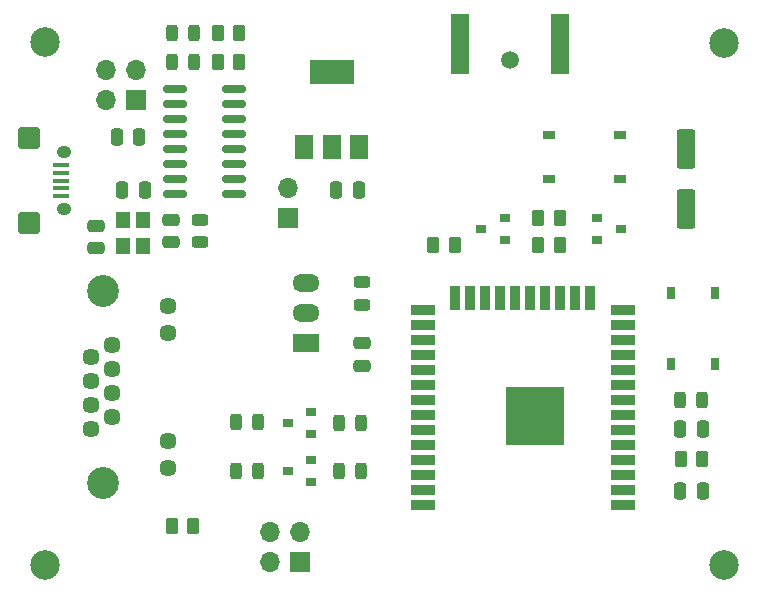
<source format=gts>
G04 #@! TF.GenerationSoftware,KiCad,Pcbnew,(6.0.1-0)*
G04 #@! TF.CreationDate,2022-01-18T00:45:39+01:00*
G04 #@! TF.ProjectId,ithowifi_4l,6974686f-7769-4666-995f-346c2e6b6963,rev?*
G04 #@! TF.SameCoordinates,Original*
G04 #@! TF.FileFunction,Soldermask,Top*
G04 #@! TF.FilePolarity,Negative*
%FSLAX46Y46*%
G04 Gerber Fmt 4.6, Leading zero omitted, Abs format (unit mm)*
G04 Created by KiCad (PCBNEW (6.0.1-0)) date 2022-01-18 00:45:39*
%MOMM*%
%LPD*%
G01*
G04 APERTURE LIST*
G04 Aperture macros list*
%AMRoundRect*
0 Rectangle with rounded corners*
0 $1 Rounding radius*
0 $2 $3 $4 $5 $6 $7 $8 $9 X,Y pos of 4 corners*
0 Add a 4 corners polygon primitive as box body*
4,1,4,$2,$3,$4,$5,$6,$7,$8,$9,$2,$3,0*
0 Add four circle primitives for the rounded corners*
1,1,$1+$1,$2,$3*
1,1,$1+$1,$4,$5*
1,1,$1+$1,$6,$7*
1,1,$1+$1,$8,$9*
0 Add four rect primitives between the rounded corners*
20,1,$1+$1,$2,$3,$4,$5,0*
20,1,$1+$1,$4,$5,$6,$7,0*
20,1,$1+$1,$6,$7,$8,$9,0*
20,1,$1+$1,$8,$9,$2,$3,0*%
G04 Aperture macros list end*
%ADD10R,2.000000X0.900000*%
%ADD11R,0.900000X2.000000*%
%ADD12R,5.000000X5.000000*%
%ADD13RoundRect,0.243750X0.243750X0.456250X-0.243750X0.456250X-0.243750X-0.456250X0.243750X-0.456250X0*%
%ADD14R,1.700000X1.700000*%
%ADD15O,1.700000X1.700000*%
%ADD16RoundRect,0.243750X-0.456250X0.243750X-0.456250X-0.243750X0.456250X-0.243750X0.456250X0.243750X0*%
%ADD17RoundRect,0.249998X-0.262502X-0.450002X0.262502X-0.450002X0.262502X0.450002X-0.262502X0.450002X0*%
%ADD18RoundRect,0.249998X0.262502X0.450002X-0.262502X0.450002X-0.262502X-0.450002X0.262502X-0.450002X0*%
%ADD19C,2.500000*%
%ADD20R,1.350000X0.400000*%
%ADD21RoundRect,0.273000X-0.677000X0.637000X-0.677000X-0.637000X0.677000X-0.637000X0.677000X0.637000X0*%
%ADD22O,1.250000X1.050000*%
%ADD23RoundRect,0.250000X0.250000X0.475000X-0.250000X0.475000X-0.250000X-0.475000X0.250000X-0.475000X0*%
%ADD24R,0.900000X0.800000*%
%ADD25RoundRect,0.243750X-0.243750X-0.456250X0.243750X-0.456250X0.243750X0.456250X-0.243750X0.456250X0*%
%ADD26R,1.500000X2.000000*%
%ADD27R,3.800000X2.000000*%
%ADD28R,2.300000X1.500000*%
%ADD29O,2.300000X1.500000*%
%ADD30C,1.446000*%
%ADD31C,2.700000*%
%ADD32RoundRect,0.250000X-0.475000X0.250000X-0.475000X-0.250000X0.475000X-0.250000X0.475000X0.250000X0*%
%ADD33RoundRect,0.250000X0.550000X-1.412500X0.550000X1.412500X-0.550000X1.412500X-0.550000X-1.412500X0*%
%ADD34RoundRect,0.250000X-0.250000X-0.475000X0.250000X-0.475000X0.250000X0.475000X-0.250000X0.475000X0*%
%ADD35R,0.750000X1.000000*%
%ADD36RoundRect,0.150000X-0.825000X-0.150000X0.825000X-0.150000X0.825000X0.150000X-0.825000X0.150000X0*%
%ADD37R,1.200000X1.400000*%
%ADD38C,1.500000*%
%ADD39RoundRect,0.250000X0.475000X-0.250000X0.475000X0.250000X-0.475000X0.250000X-0.475000X-0.250000X0*%
%ADD40R,1.000000X0.750000*%
%ADD41R,1.500000X5.080000*%
G04 APERTURE END LIST*
D10*
X104477600Y-148615400D03*
X104477600Y-147345400D03*
X104477600Y-146075400D03*
X104477600Y-144805400D03*
X104477600Y-143535400D03*
X104477600Y-142265400D03*
X104477600Y-140995400D03*
X104477600Y-139725400D03*
X104477600Y-138455400D03*
X104477600Y-137185400D03*
X104477600Y-135915400D03*
X104477600Y-134645400D03*
X104477600Y-133375400D03*
X104477600Y-132105400D03*
D11*
X101692600Y-131105400D03*
X100422600Y-131105400D03*
X99152600Y-131105400D03*
X97882600Y-131105400D03*
X96612600Y-131105400D03*
X95342600Y-131105400D03*
X94072600Y-131105400D03*
X92802600Y-131105400D03*
X91532600Y-131105400D03*
X90262600Y-131105400D03*
D10*
X87477600Y-132105400D03*
X87477600Y-133375400D03*
X87477600Y-134645400D03*
X87477600Y-135915400D03*
X87477600Y-137185400D03*
X87477600Y-138455400D03*
X87477600Y-139725400D03*
X87477600Y-140995400D03*
X87477600Y-142265400D03*
X87477600Y-143535400D03*
X87477600Y-144805400D03*
X87477600Y-146075400D03*
X87477600Y-147345400D03*
X87477600Y-148615400D03*
D12*
X96977600Y-141115400D03*
D13*
X111156500Y-139734000D03*
X109281500Y-139734000D03*
D14*
X77072000Y-153450000D03*
D15*
X74532000Y-153450000D03*
X77072000Y-150910000D03*
X74532000Y-150910000D03*
D16*
X82342500Y-129779500D03*
X82342500Y-131654500D03*
D17*
X109330000Y-144754600D03*
X111155000Y-144754600D03*
D18*
X90200000Y-126619000D03*
X88375000Y-126619000D03*
D19*
X55482000Y-109381000D03*
D20*
X56853200Y-119868000D03*
X56853200Y-120518000D03*
X56853200Y-121168000D03*
X56853200Y-121818000D03*
X56853200Y-122468000D03*
D21*
X54178200Y-124768000D03*
D22*
X57078200Y-123593000D03*
D21*
X54178200Y-117568000D03*
D22*
X57078200Y-118743000D03*
D23*
X111182000Y-147412500D03*
X109282000Y-147412500D03*
D24*
X78061000Y-142617100D03*
X78061000Y-140717100D03*
X76061000Y-141667100D03*
X78061000Y-146679600D03*
X78061000Y-144779600D03*
X76061000Y-145729600D03*
D25*
X80374000Y-145703000D03*
X82249000Y-145703000D03*
X80374000Y-141702500D03*
X82249000Y-141702500D03*
D13*
X73568500Y-145755000D03*
X71693500Y-145755000D03*
D16*
X68656200Y-124460000D03*
X68656200Y-126335000D03*
D26*
X77477300Y-118267500D03*
D27*
X79777300Y-111967500D03*
D26*
X79777300Y-118267500D03*
X82077300Y-118267500D03*
D18*
X68055000Y-150402000D03*
X66230000Y-150402000D03*
D28*
X77580000Y-134908000D03*
D29*
X77580000Y-132368000D03*
X77580000Y-129828000D03*
D19*
X113013000Y-109508000D03*
X113013000Y-153704000D03*
X55482000Y-153704000D03*
D30*
X59372500Y-142176500D03*
X61152500Y-141156500D03*
X59372500Y-140136500D03*
X61152500Y-139116500D03*
X59372500Y-138096500D03*
X61152500Y-137076500D03*
X59372500Y-136056500D03*
X61152500Y-135036500D03*
X65962500Y-145466500D03*
X65962500Y-143176500D03*
X65962500Y-134036500D03*
X65962500Y-131746500D03*
D31*
X60392500Y-130476500D03*
X60392500Y-146736500D03*
D13*
X73516000Y-141626500D03*
X71641000Y-141626500D03*
D32*
X82342500Y-134908000D03*
X82342500Y-136808000D03*
D23*
X82087800Y-121983500D03*
X80187800Y-121983500D03*
D18*
X99090000Y-126619000D03*
X97265000Y-126619000D03*
D24*
X94455000Y-126206000D03*
X94455000Y-124306000D03*
X92455000Y-125256000D03*
X102250000Y-124306000D03*
X102250000Y-126206000D03*
X104250000Y-125256000D03*
D33*
X109807000Y-123526500D03*
X109807000Y-118451500D03*
D17*
X97265000Y-124333000D03*
X99090000Y-124333000D03*
D34*
X109301200Y-142189200D03*
X111201200Y-142189200D03*
D35*
X108471000Y-130638000D03*
X108471000Y-136638000D03*
X112221000Y-136638000D03*
X112221000Y-130638000D03*
D23*
X63942000Y-121920000D03*
X62042000Y-121920000D03*
D32*
X66167000Y-124460000D03*
X66167000Y-126360000D03*
D14*
X63246000Y-114300000D03*
D15*
X60706000Y-114300000D03*
X63246000Y-111760000D03*
X60706000Y-111760000D03*
D23*
X63500000Y-117475000D03*
X61600000Y-117475000D03*
D25*
X66262000Y-108666000D03*
X68137000Y-108666000D03*
D18*
X71962000Y-111092000D03*
X70137000Y-111092000D03*
X71962000Y-108666000D03*
X70137000Y-108666000D03*
D36*
X66538400Y-113414600D03*
X66538400Y-114684600D03*
X66538400Y-115954600D03*
X66538400Y-117224600D03*
X66538400Y-118494600D03*
X66538400Y-119764600D03*
X66538400Y-121034600D03*
X66538400Y-122304600D03*
X71488400Y-122304600D03*
X71488400Y-121034600D03*
X71488400Y-119764600D03*
X71488400Y-118494600D03*
X71488400Y-117224600D03*
X71488400Y-115954600D03*
X71488400Y-114684600D03*
X71488400Y-113414600D03*
D37*
X62142000Y-124503000D03*
X62142000Y-126703000D03*
X63842000Y-126703000D03*
X63842000Y-124503000D03*
D38*
X94881700Y-110909100D03*
D25*
X66262000Y-111092000D03*
X68137000Y-111092000D03*
D39*
X59817000Y-126868000D03*
X59817000Y-124968000D03*
D14*
X76073000Y-124333000D03*
D15*
X76073000Y-121793000D03*
D40*
X104219000Y-117251000D03*
X98219000Y-117251000D03*
X104219000Y-121001000D03*
X98219000Y-121001000D03*
D41*
X99131400Y-109548400D03*
X90631400Y-109548400D03*
M02*

</source>
